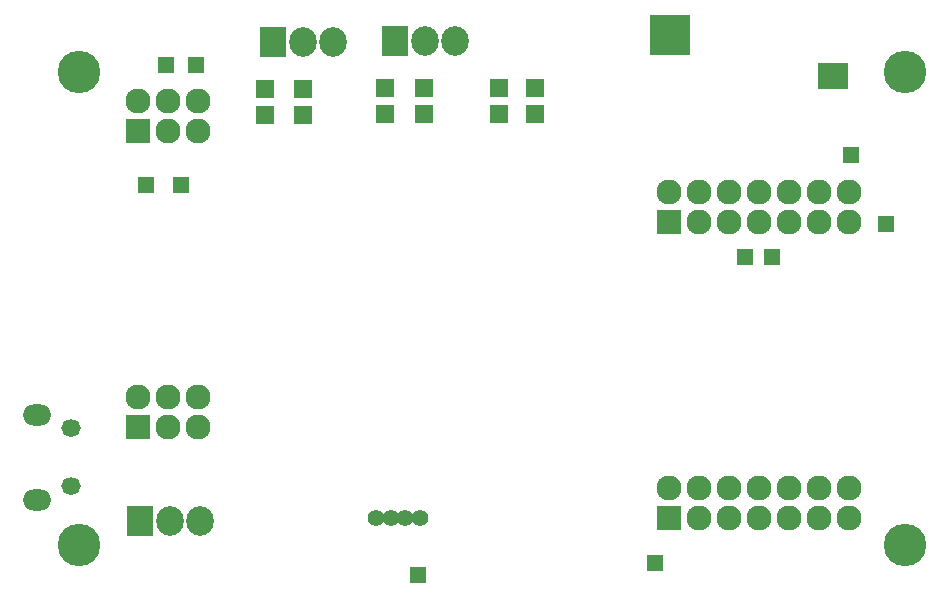
<source format=gbr>
G04 #@! TF.FileFunction,Soldermask,Top*
%FSLAX46Y46*%
G04 Gerber Fmt 4.6, Leading zero omitted, Abs format (unit mm)*
G04 Created by KiCad (PCBNEW 4.0.6-e0-6349~52~ubuntu17.04.1) date Sun Jul  9 19:13:45 2017*
%MOMM*%
%LPD*%
G01*
G04 APERTURE LIST*
%ADD10C,0.100000*%
%ADD11R,1.400000X1.400000*%
%ADD12R,3.400000X3.400000*%
%ADD13R,2.127200X2.127200*%
%ADD14O,2.127200X2.127200*%
%ADD15R,1.600000X1.600000*%
%ADD16R,2.300000X2.500000*%
%ADD17O,2.300000X2.500000*%
%ADD18C,3.600000*%
%ADD19C,1.400000*%
%ADD20O,1.650000X1.450000*%
%ADD21O,2.400000X1.800000*%
%ADD22R,2.500000X2.300000*%
G04 APERTURE END LIST*
D10*
D11*
X184912000Y-78180000D03*
D12*
X169545000Y-68020000D03*
D13*
X124476000Y-76222000D03*
D14*
X124476000Y-73682000D03*
X127016000Y-76222000D03*
X127016000Y-73682000D03*
X129556000Y-76222000D03*
X129556000Y-73682000D03*
D13*
X124476000Y-101222000D03*
D14*
X124476000Y-98682000D03*
X127016000Y-101222000D03*
X127016000Y-98682000D03*
X129556000Y-101222000D03*
X129556000Y-98682000D03*
D13*
X169476000Y-83922000D03*
D14*
X169476000Y-81382000D03*
X172016000Y-83922000D03*
X172016000Y-81382000D03*
X174556000Y-83922000D03*
X174556000Y-81382000D03*
X177096000Y-83922000D03*
X177096000Y-81382000D03*
X179636000Y-83922000D03*
X179636000Y-81382000D03*
X182176000Y-83922000D03*
X182176000Y-81382000D03*
X184716000Y-83922000D03*
X184716000Y-81382000D03*
D13*
X169476000Y-108922000D03*
D14*
X169476000Y-106382000D03*
X172016000Y-108922000D03*
X172016000Y-106382000D03*
X174556000Y-108922000D03*
X174556000Y-106382000D03*
X177096000Y-108922000D03*
X177096000Y-106382000D03*
X179636000Y-108922000D03*
X179636000Y-106382000D03*
X182176000Y-108922000D03*
X182176000Y-106382000D03*
X184716000Y-108922000D03*
X184716000Y-106382000D03*
D15*
X145415000Y-72508000D03*
X145415000Y-74708000D03*
X148717000Y-72508000D03*
X148717000Y-74708000D03*
X155067000Y-72508000D03*
X155067000Y-74708000D03*
X158115000Y-72508000D03*
X158115000Y-74708000D03*
X135286000Y-74792000D03*
X135286000Y-72592000D03*
X138461000Y-74792000D03*
X138461000Y-72592000D03*
D16*
X135921000Y-68612000D03*
D17*
X138461000Y-68612000D03*
X141001000Y-68612000D03*
D16*
X124636000Y-109237000D03*
D17*
X127176000Y-109237000D03*
X129716000Y-109237000D03*
D11*
X125222000Y-80720000D03*
X128143000Y-80720000D03*
X126873000Y-70560000D03*
X129413000Y-70560000D03*
X187833000Y-84022000D03*
X175895000Y-86816000D03*
X178181000Y-86816000D03*
X168275000Y-112724000D03*
X148209000Y-113740000D03*
D12*
X169545000Y-68020000D03*
D18*
X189476000Y-111222000D03*
X189476000Y-71222000D03*
X119476000Y-71222000D03*
X119476000Y-111222000D03*
D19*
X144635000Y-108983000D03*
X145885000Y-108983000D03*
X148385000Y-108983000D03*
X147135000Y-108983000D03*
D16*
X146226000Y-68597000D03*
D17*
X148766000Y-68597000D03*
X151306000Y-68597000D03*
D20*
X118861500Y-101370500D03*
X118861500Y-106220500D03*
D21*
X115936500Y-100195500D03*
X115936500Y-107395500D03*
D22*
X183310000Y-71518000D03*
M02*

</source>
